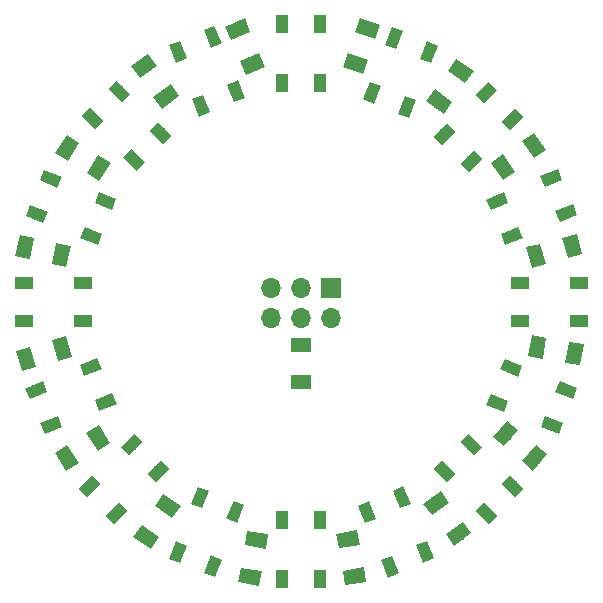
<source format=gts>
G04 #@! TF.GenerationSoftware,KiCad,Pcbnew,5.0-dev-unknown-bc6763e~61~ubuntu16.04.1*
G04 #@! TF.CreationDate,2018-02-24T23:45:45-08:00*
G04 #@! TF.ProjectId,16-Tiny-Pixels-BeforePanel,31362D54696E792D506978656C732D42,rev?*
G04 #@! TF.SameCoordinates,Original*
G04 #@! TF.FileFunction,Soldermask,Top*
G04 #@! TF.FilePolarity,Negative*
%FSLAX46Y46*%
G04 Gerber Fmt 4.6, Leading zero omitted, Abs format (unit mm)*
G04 Created by KiCad (PCBNEW 5.0-dev-unknown-bc6763e~61~ubuntu16.04.1) date Sat Feb 24 23:45:45 2018*
%MOMM*%
%LPD*%
G01*
G04 APERTURE LIST*
%ADD10C,1.245000*%
%ADD11C,0.150000*%
%ADD12O,1.700000X1.700000*%
%ADD13R,1.700000X1.700000*%
%ADD14R,1.800000X1.245000*%
%ADD15C,1.000000*%
%ADD16R,1.600000X1.000000*%
%ADD17R,1.000000X1.600000*%
G04 APERTURE END LIST*
D10*
X49545333Y-24856460D03*
D11*
G36*
X48912517Y-23963683D02*
X50603964Y-24579319D01*
X50178149Y-25749237D01*
X48486702Y-25133601D01*
X48912517Y-23963683D01*
X48912517Y-23963683D01*
G37*
D10*
X50634667Y-21863540D03*
D11*
G36*
X50001851Y-20970763D02*
X51693298Y-21586399D01*
X51267483Y-22756317D01*
X49576036Y-22140681D01*
X50001851Y-20970763D01*
X50001851Y-20970763D01*
G37*
D10*
X56670961Y-28056070D03*
D11*
G36*
X56290775Y-27029929D02*
X57765249Y-28062367D01*
X57051147Y-29082211D01*
X55576673Y-28049773D01*
X56290775Y-27029929D01*
X56290775Y-27029929D01*
G37*
D10*
X58497801Y-25447070D03*
D11*
G36*
X58117615Y-24420929D02*
X59592089Y-25453367D01*
X58877987Y-26473211D01*
X57403513Y-25440773D01*
X58117615Y-24420929D01*
X58117615Y-24420929D01*
G37*
D10*
X62095500Y-33603420D03*
D11*
G36*
X62089203Y-32509132D02*
X63121641Y-33983606D01*
X62101797Y-34697708D01*
X61069359Y-33223234D01*
X62089203Y-32509132D01*
X62089203Y-32509132D01*
G37*
D10*
X64704500Y-31776580D03*
D11*
G36*
X64698203Y-30682292D02*
X65730641Y-32156766D01*
X64710797Y-32870868D01*
X63678359Y-31396394D01*
X64698203Y-30682292D01*
X64698203Y-30682292D01*
G37*
D10*
X64861763Y-41122169D03*
D11*
G36*
X65230115Y-40091721D02*
X65695989Y-41830387D01*
X64493411Y-42152617D01*
X64027537Y-40413951D01*
X65230115Y-40091721D01*
X65230115Y-40091721D01*
G37*
D10*
X67938237Y-40297831D03*
D11*
G36*
X68306589Y-39267383D02*
X68772463Y-41006049D01*
X67569885Y-41328279D01*
X67104011Y-39589613D01*
X68306589Y-39267383D01*
X68306589Y-39267383D01*
G37*
D10*
X64981694Y-48853465D03*
D11*
G36*
X65751020Y-48075234D02*
X65438453Y-49847888D01*
X64212368Y-49631696D01*
X64524935Y-47859042D01*
X65751020Y-48075234D01*
X65751020Y-48075234D01*
G37*
D10*
X68118306Y-49406535D03*
D11*
G36*
X68887632Y-48628304D02*
X68575065Y-50400958D01*
X67348980Y-50184766D01*
X67661547Y-48412112D01*
X68887632Y-48628304D01*
X68887632Y-48628304D01*
G37*
D10*
X62300074Y-56172722D03*
D11*
G36*
X63355446Y-55883417D02*
X62198428Y-57262297D01*
X61244702Y-56462027D01*
X62401720Y-55083147D01*
X63355446Y-55883417D01*
X63355446Y-55883417D01*
G37*
D10*
X64739926Y-58220000D03*
D11*
G36*
X65795298Y-57930695D02*
X64638280Y-59309575D01*
X63684554Y-58509305D01*
X64841572Y-57130425D01*
X65795298Y-57930695D01*
X65795298Y-57930695D01*
G37*
D10*
X56433952Y-62071640D03*
D11*
G36*
X57527964Y-62046246D02*
X56071733Y-63104260D01*
X55339940Y-62097034D01*
X56796171Y-61039020D01*
X57527964Y-62046246D01*
X57527964Y-62046246D01*
G37*
D10*
X58306048Y-64648360D03*
D11*
G36*
X59400060Y-64622966D02*
X57943829Y-65680980D01*
X57212036Y-64673754D01*
X58668267Y-63615740D01*
X59400060Y-64622966D01*
X59400060Y-64622966D01*
G37*
D10*
X48953465Y-65121694D03*
D11*
G36*
X49947888Y-65578453D02*
X48175234Y-65891020D01*
X47959042Y-64664935D01*
X49731696Y-64352368D01*
X49947888Y-65578453D01*
X49947888Y-65578453D01*
G37*
D10*
X49506535Y-68258306D03*
D11*
G36*
X50500958Y-68715065D02*
X48728304Y-69027632D01*
X48512112Y-67801547D01*
X50284766Y-67488980D01*
X50500958Y-68715065D01*
X50500958Y-68715065D01*
G37*
D10*
X41196535Y-65161694D03*
D11*
G36*
X41974766Y-65931020D02*
X40202112Y-65618453D01*
X40418304Y-64392368D01*
X42190958Y-64704935D01*
X41974766Y-65931020D01*
X41974766Y-65931020D01*
G37*
D10*
X40643465Y-68298306D03*
D11*
G36*
X41421696Y-69067632D02*
X39649042Y-68755065D01*
X39865234Y-67528980D01*
X41637888Y-67841547D01*
X41421696Y-69067632D01*
X41421696Y-69067632D01*
G37*
D10*
X33692736Y-62301157D03*
D11*
G36*
X34072922Y-63327298D02*
X32598448Y-62294860D01*
X33312550Y-61275016D01*
X34787024Y-62307454D01*
X34072922Y-63327298D01*
X34072922Y-63327298D01*
G37*
D10*
X31865896Y-64910157D03*
D11*
G36*
X32246082Y-65936298D02*
X30771608Y-64903860D01*
X31485710Y-63884016D01*
X32960184Y-64916454D01*
X32246082Y-65936298D01*
X32246082Y-65936298D01*
G37*
D10*
X27815583Y-56532662D03*
D11*
G36*
X27783686Y-57626503D02*
X26803335Y-56116896D01*
X27847480Y-55438821D01*
X28827831Y-56948428D01*
X27783686Y-57626503D01*
X27783686Y-57626503D01*
G37*
D10*
X25144417Y-58267338D03*
D11*
G36*
X25112520Y-59361179D02*
X24132169Y-57851572D01*
X25176314Y-57173497D01*
X26156665Y-58683104D01*
X25112520Y-59361179D01*
X25112520Y-59361179D01*
G37*
D10*
X24740809Y-48961048D03*
D11*
G36*
X24390497Y-49997768D02*
X23894350Y-48267497D01*
X25091121Y-47924328D01*
X25587268Y-49654599D01*
X24390497Y-49997768D01*
X24390497Y-49997768D01*
G37*
D10*
X21679191Y-49838952D03*
D11*
G36*
X21328879Y-50875672D02*
X20832732Y-49145401D01*
X22029503Y-48802232D01*
X22525650Y-50532503D01*
X21328879Y-50875672D01*
X21328879Y-50875672D01*
G37*
D10*
X24687700Y-41041099D03*
D11*
G36*
X23891683Y-41792007D02*
X24265924Y-40031341D01*
X25483717Y-40290191D01*
X25109476Y-42050857D01*
X23891683Y-41792007D01*
X23891683Y-41792007D01*
G37*
D10*
X21572300Y-40378901D03*
D11*
G36*
X20776283Y-41129809D02*
X21150524Y-39369143D01*
X22368317Y-39627993D01*
X21994076Y-41388659D01*
X20776283Y-41129809D01*
X20776283Y-41129809D01*
G37*
D10*
X27842346Y-33708228D03*
D11*
G36*
X26830098Y-34123994D02*
X27810449Y-32614387D01*
X28854594Y-33292462D01*
X27874243Y-34802069D01*
X26830098Y-34123994D01*
X26830098Y-34123994D01*
G37*
D10*
X25171180Y-31973552D03*
D11*
G36*
X24158932Y-32389318D02*
X25139283Y-30879711D01*
X26183428Y-31557786D01*
X25203077Y-33067393D01*
X24158932Y-32389318D01*
X24158932Y-32389318D01*
G37*
D10*
X33566048Y-27628360D03*
D11*
G36*
X32472036Y-27653754D02*
X33928267Y-26595740D01*
X34660060Y-27602966D01*
X33203829Y-28660980D01*
X32472036Y-27653754D01*
X32472036Y-27653754D01*
G37*
D10*
X31693952Y-25051640D03*
D11*
G36*
X30599940Y-25077034D02*
X32056171Y-24019020D01*
X32787964Y-25026246D01*
X31331733Y-26084260D01*
X30599940Y-25077034D01*
X30599940Y-25077034D01*
G37*
D12*
X42440000Y-46360000D03*
X42440000Y-43820000D03*
X44980000Y-46360000D03*
X44980000Y-43820000D03*
X47520000Y-46360000D03*
D13*
X47520000Y-43820000D03*
D14*
X44950000Y-48657500D03*
X44950000Y-51842500D03*
D15*
X37495980Y-22573568D03*
D11*
G36*
X36723143Y-22032530D02*
X37643648Y-21641799D01*
X38268817Y-23114606D01*
X37348312Y-23505337D01*
X36723143Y-22032530D01*
X36723143Y-22032530D01*
G37*
D15*
X34550363Y-23823908D03*
D11*
G36*
X33777526Y-23282870D02*
X34698031Y-22892139D01*
X35323200Y-24364946D01*
X34402695Y-24755677D01*
X33777526Y-23282870D01*
X33777526Y-23282870D01*
G37*
D15*
X39449637Y-27176092D03*
D11*
G36*
X38676800Y-26635054D02*
X39597305Y-26244323D01*
X40222474Y-27717130D01*
X39301969Y-28107861D01*
X38676800Y-26635054D01*
X38676800Y-26635054D01*
G37*
D15*
X36504020Y-28426432D03*
D11*
G36*
X35731183Y-27885394D02*
X36651688Y-27494663D01*
X37276857Y-28967470D01*
X36356352Y-29358201D01*
X35731183Y-27885394D01*
X35731183Y-27885394D01*
G37*
D15*
X61573568Y-36504020D03*
D11*
G36*
X62114606Y-35731183D02*
X62505337Y-36651688D01*
X61032530Y-37276857D01*
X60641799Y-36356352D01*
X62114606Y-35731183D01*
X62114606Y-35731183D01*
G37*
D15*
X62823908Y-39449637D03*
D11*
G36*
X63364946Y-38676800D02*
X63755677Y-39597305D01*
X62282870Y-40222474D01*
X61892139Y-39301969D01*
X63364946Y-38676800D01*
X63364946Y-38676800D01*
G37*
D15*
X66176092Y-34550363D03*
D11*
G36*
X66717130Y-33777526D02*
X67107861Y-34698031D01*
X65635054Y-35323200D01*
X65244323Y-34402695D01*
X66717130Y-33777526D01*
X66717130Y-33777526D01*
G37*
D15*
X67426432Y-37495980D03*
D11*
G36*
X67967470Y-36723143D02*
X68358201Y-37643648D01*
X66885394Y-38268817D01*
X66494663Y-37348312D01*
X67967470Y-36723143D01*
X67967470Y-36723143D01*
G37*
D15*
X53495980Y-61573568D03*
D11*
G36*
X54268817Y-62114606D02*
X53348312Y-62505337D01*
X52723143Y-61032530D01*
X53643648Y-60641799D01*
X54268817Y-62114606D01*
X54268817Y-62114606D01*
G37*
D15*
X50550363Y-62823908D03*
D11*
G36*
X51323200Y-63364946D02*
X50402695Y-63755677D01*
X49777526Y-62282870D01*
X50698031Y-61892139D01*
X51323200Y-63364946D01*
X51323200Y-63364946D01*
G37*
D15*
X55449637Y-66176092D03*
D11*
G36*
X56222474Y-66717130D02*
X55301969Y-67107861D01*
X54676800Y-65635054D01*
X55597305Y-65244323D01*
X56222474Y-66717130D01*
X56222474Y-66717130D01*
G37*
D15*
X52504020Y-67426432D03*
D11*
G36*
X53276857Y-67967470D02*
X52356352Y-68358201D01*
X51731183Y-66885394D01*
X52651688Y-66494663D01*
X53276857Y-67967470D01*
X53276857Y-67967470D01*
G37*
D15*
X28426432Y-53495980D03*
D11*
G36*
X27885394Y-54268817D02*
X27494663Y-53348312D01*
X28967470Y-52723143D01*
X29358201Y-53643648D01*
X27885394Y-54268817D01*
X27885394Y-54268817D01*
G37*
D15*
X27176092Y-50550363D03*
D11*
G36*
X26635054Y-51323200D02*
X26244323Y-50402695D01*
X27717130Y-49777526D01*
X28107861Y-50698031D01*
X26635054Y-51323200D01*
X26635054Y-51323200D01*
G37*
D15*
X23823908Y-55449637D03*
D11*
G36*
X23282870Y-56222474D02*
X22892139Y-55301969D01*
X24364946Y-54676800D01*
X24755677Y-55597305D01*
X23282870Y-56222474D01*
X23282870Y-56222474D01*
G37*
D15*
X22573568Y-52504020D03*
D11*
G36*
X22032530Y-53276857D02*
X21641799Y-52356352D01*
X23114606Y-51731183D01*
X23505337Y-52651688D01*
X22032530Y-53276857D01*
X22032530Y-53276857D01*
G37*
D15*
X29563604Y-27200862D03*
D11*
G36*
X28644365Y-26988730D02*
X29351472Y-26281623D01*
X30482843Y-27412994D01*
X29775736Y-28120101D01*
X28644365Y-26988730D01*
X28644365Y-26988730D01*
G37*
D15*
X27300862Y-29463604D03*
D11*
G36*
X26381623Y-29251472D02*
X27088730Y-28544365D01*
X28220101Y-29675736D01*
X27512994Y-30382843D01*
X26381623Y-29251472D01*
X26381623Y-29251472D01*
G37*
D15*
X33099138Y-30736396D03*
D11*
G36*
X32179899Y-30524264D02*
X32887006Y-29817157D01*
X34018377Y-30948528D01*
X33311270Y-31655635D01*
X32179899Y-30524264D01*
X32179899Y-30524264D01*
G37*
D15*
X30836396Y-32999138D03*
D11*
G36*
X29917157Y-32787006D02*
X30624264Y-32079899D01*
X31755635Y-33211270D01*
X31048528Y-33918377D01*
X29917157Y-32787006D01*
X29917157Y-32787006D01*
G37*
D15*
X62899138Y-29563604D03*
D11*
G36*
X63111270Y-28644365D02*
X63818377Y-29351472D01*
X62687006Y-30482843D01*
X61979899Y-29775736D01*
X63111270Y-28644365D01*
X63111270Y-28644365D01*
G37*
D15*
X60636396Y-27300862D03*
D11*
G36*
X60848528Y-26381623D02*
X61555635Y-27088730D01*
X60424264Y-28220101D01*
X59717157Y-27512994D01*
X60848528Y-26381623D01*
X60848528Y-26381623D01*
G37*
D15*
X59363604Y-33099138D03*
D11*
G36*
X59575736Y-32179899D02*
X60282843Y-32887006D01*
X59151472Y-34018377D01*
X58444365Y-33311270D01*
X59575736Y-32179899D01*
X59575736Y-32179899D01*
G37*
D15*
X57100862Y-30836396D03*
D11*
G36*
X57312994Y-29917157D02*
X58020101Y-30624264D01*
X56888730Y-31755635D01*
X56181623Y-31048528D01*
X57312994Y-29917157D01*
X57312994Y-29917157D01*
G37*
D15*
X60636396Y-62899138D03*
D11*
G36*
X61555635Y-63111270D02*
X60848528Y-63818377D01*
X59717157Y-62687006D01*
X60424264Y-61979899D01*
X61555635Y-63111270D01*
X61555635Y-63111270D01*
G37*
D15*
X62899138Y-60636396D03*
D11*
G36*
X63818377Y-60848528D02*
X63111270Y-61555635D01*
X61979899Y-60424264D01*
X62687006Y-59717157D01*
X63818377Y-60848528D01*
X63818377Y-60848528D01*
G37*
D15*
X57100862Y-59363604D03*
D11*
G36*
X58020101Y-59575736D02*
X57312994Y-60282843D01*
X56181623Y-59151472D01*
X56888730Y-58444365D01*
X58020101Y-59575736D01*
X58020101Y-59575736D01*
G37*
D15*
X59363604Y-57100862D03*
D11*
G36*
X60282843Y-57312994D02*
X59575736Y-58020101D01*
X58444365Y-56888730D01*
X59151472Y-56181623D01*
X60282843Y-57312994D01*
X60282843Y-57312994D01*
G37*
D15*
X32899138Y-59363604D03*
D11*
G36*
X32687006Y-60282843D02*
X31979899Y-59575736D01*
X33111270Y-58444365D01*
X33818377Y-59151472D01*
X32687006Y-60282843D01*
X32687006Y-60282843D01*
G37*
D15*
X30636396Y-57100862D03*
D11*
G36*
X30424264Y-58020101D02*
X29717157Y-57312994D01*
X30848528Y-56181623D01*
X31555635Y-56888730D01*
X30424264Y-58020101D01*
X30424264Y-58020101D01*
G37*
D15*
X29363604Y-62899138D03*
D11*
G36*
X29151472Y-63818377D02*
X28444365Y-63111270D01*
X29575736Y-61979899D01*
X30282843Y-62687006D01*
X29151472Y-63818377D01*
X29151472Y-63818377D01*
G37*
D15*
X27100862Y-60636396D03*
D11*
G36*
X26888730Y-61555635D02*
X26181623Y-60848528D01*
X27312994Y-59717157D01*
X28020101Y-60424264D01*
X26888730Y-61555635D01*
X26888730Y-61555635D01*
G37*
D15*
X27218589Y-39420011D03*
D11*
G36*
X26289539Y-39583918D02*
X26664145Y-38656734D01*
X28147639Y-39256104D01*
X27773033Y-40183288D01*
X26289539Y-39583918D01*
X26289539Y-39583918D01*
G37*
D15*
X28417330Y-36453022D03*
D11*
G36*
X27488280Y-36616929D02*
X27862886Y-35689745D01*
X29346380Y-36289115D01*
X28971774Y-37216299D01*
X27488280Y-36616929D01*
X27488280Y-36616929D01*
G37*
D15*
X22582670Y-37546978D03*
D11*
G36*
X21653620Y-37710885D02*
X22028226Y-36783701D01*
X23511720Y-37383071D01*
X23137114Y-38310255D01*
X21653620Y-37710885D01*
X21653620Y-37710885D01*
G37*
D15*
X23781411Y-34579989D03*
D11*
G36*
X22852361Y-34743896D02*
X23226967Y-33816712D01*
X24710461Y-34416082D01*
X24335855Y-35343266D01*
X22852361Y-34743896D01*
X22852361Y-34743896D01*
G37*
D15*
X50979989Y-27318589D03*
D11*
G36*
X50816082Y-26389539D02*
X51743266Y-26764145D01*
X51143896Y-28247639D01*
X50216712Y-27873033D01*
X50816082Y-26389539D01*
X50816082Y-26389539D01*
G37*
D15*
X53946978Y-28517330D03*
D11*
G36*
X53783071Y-27588280D02*
X54710255Y-27962886D01*
X54110885Y-29446380D01*
X53183701Y-29071774D01*
X53783071Y-27588280D01*
X53783071Y-27588280D01*
G37*
D15*
X52853022Y-22682670D03*
D11*
G36*
X52689115Y-21753620D02*
X53616299Y-22128226D01*
X53016929Y-23611720D01*
X52089745Y-23237114D01*
X52689115Y-21753620D01*
X52689115Y-21753620D01*
G37*
D15*
X55820011Y-23881411D03*
D11*
G36*
X55656104Y-22952361D02*
X56583288Y-23326967D01*
X55983918Y-24810461D01*
X55056734Y-24435855D01*
X55656104Y-22952361D01*
X55656104Y-22952361D01*
G37*
D15*
X62781411Y-50579989D03*
D11*
G36*
X63710461Y-50416082D02*
X63335855Y-51343266D01*
X61852361Y-50743896D01*
X62226967Y-49816712D01*
X63710461Y-50416082D01*
X63710461Y-50416082D01*
G37*
D15*
X61582670Y-53546978D03*
D11*
G36*
X62511720Y-53383071D02*
X62137114Y-54310255D01*
X60653620Y-53710885D01*
X61028226Y-52783701D01*
X62511720Y-53383071D01*
X62511720Y-53383071D01*
G37*
D15*
X67417330Y-52453022D03*
D11*
G36*
X68346380Y-52289115D02*
X67971774Y-53216299D01*
X66488280Y-52616929D01*
X66862886Y-51689745D01*
X68346380Y-52289115D01*
X68346380Y-52289115D01*
G37*
D15*
X66218589Y-55420011D03*
D11*
G36*
X67147639Y-55256104D02*
X66773033Y-56183288D01*
X65289539Y-55583918D01*
X65664145Y-54656734D01*
X67147639Y-55256104D01*
X67147639Y-55256104D01*
G37*
D15*
X34579989Y-66218589D03*
D11*
G36*
X34743896Y-67147639D02*
X33816712Y-66773033D01*
X34416082Y-65289539D01*
X35343266Y-65664145D01*
X34743896Y-67147639D01*
X34743896Y-67147639D01*
G37*
D15*
X37546978Y-67417330D03*
D11*
G36*
X37710885Y-68346380D02*
X36783701Y-67971774D01*
X37383071Y-66488280D01*
X38310255Y-66862886D01*
X37710885Y-68346380D01*
X37710885Y-68346380D01*
G37*
D15*
X36453022Y-61582670D03*
D11*
G36*
X36616929Y-62511720D02*
X35689745Y-62137114D01*
X36289115Y-60653620D01*
X37216299Y-61028226D01*
X36616929Y-62511720D01*
X36616929Y-62511720D01*
G37*
D15*
X39420011Y-62781411D03*
D11*
G36*
X39583918Y-63710461D02*
X38656734Y-63335855D01*
X39256104Y-61852361D01*
X40183288Y-62226967D01*
X39583918Y-63710461D01*
X39583918Y-63710461D01*
G37*
D16*
X21500000Y-43400000D03*
X21500000Y-46600000D03*
X26500000Y-43400000D03*
X26500000Y-46600000D03*
D17*
X46600000Y-21500000D03*
X43400000Y-21500000D03*
X46600000Y-26500000D03*
X43400000Y-26500000D03*
D16*
X68500000Y-46600000D03*
X68500000Y-43400000D03*
X63500000Y-46600000D03*
X63500000Y-43400000D03*
D17*
X46600000Y-63500000D03*
X43400000Y-63500000D03*
X46600000Y-68500000D03*
X43400000Y-68500000D03*
D10*
X39620000Y-21950000D03*
D11*
G36*
X38548316Y-21728644D02*
X40205224Y-21025328D01*
X40691684Y-22171356D01*
X39034776Y-22874672D01*
X38548316Y-21728644D01*
X38548316Y-21728644D01*
G37*
D10*
X40864478Y-24881808D03*
D11*
G36*
X39792794Y-24660452D02*
X41449702Y-23957136D01*
X41936162Y-25103164D01*
X40279254Y-25806480D01*
X39792794Y-24660452D01*
X39792794Y-24660452D01*
G37*
M02*

</source>
